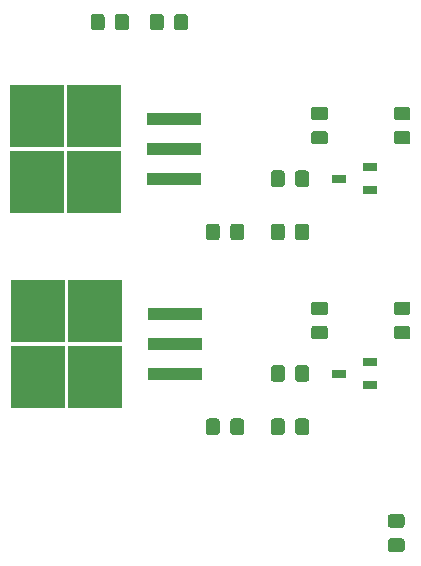
<source format=gbr>
G04 #@! TF.GenerationSoftware,KiCad,Pcbnew,5.1.5-52549c5~84~ubuntu18.04.1*
G04 #@! TF.CreationDate,2020-01-31T16:34:12-06:00*
G04 #@! TF.ProjectId,ContactorDriver,436f6e74-6163-4746-9f72-447269766572,rev?*
G04 #@! TF.SameCoordinates,Original*
G04 #@! TF.FileFunction,Paste,Top*
G04 #@! TF.FilePolarity,Positive*
%FSLAX46Y46*%
G04 Gerber Fmt 4.6, Leading zero omitted, Abs format (unit mm)*
G04 Created by KiCad (PCBNEW 5.1.5-52549c5~84~ubuntu18.04.1) date 2020-01-31 16:34:12*
%MOMM*%
%LPD*%
G04 APERTURE LIST*
%ADD10C,0.100000*%
%ADD11R,4.600000X1.100000*%
%ADD12R,4.550000X5.250000*%
%ADD13R,1.220000X0.650000*%
G04 APERTURE END LIST*
D10*
G36*
X214974505Y-114901204D02*
G01*
X214998773Y-114904804D01*
X215022572Y-114910765D01*
X215045671Y-114919030D01*
X215067850Y-114929520D01*
X215088893Y-114942132D01*
X215108599Y-114956747D01*
X215126777Y-114973223D01*
X215143253Y-114991401D01*
X215157868Y-115011107D01*
X215170480Y-115032150D01*
X215180970Y-115054329D01*
X215189235Y-115077428D01*
X215195196Y-115101227D01*
X215198796Y-115125495D01*
X215200000Y-115149999D01*
X215200000Y-115800001D01*
X215198796Y-115824505D01*
X215195196Y-115848773D01*
X215189235Y-115872572D01*
X215180970Y-115895671D01*
X215170480Y-115917850D01*
X215157868Y-115938893D01*
X215143253Y-115958599D01*
X215126777Y-115976777D01*
X215108599Y-115993253D01*
X215088893Y-116007868D01*
X215067850Y-116020480D01*
X215045671Y-116030970D01*
X215022572Y-116039235D01*
X214998773Y-116045196D01*
X214974505Y-116048796D01*
X214950001Y-116050000D01*
X214049999Y-116050000D01*
X214025495Y-116048796D01*
X214001227Y-116045196D01*
X213977428Y-116039235D01*
X213954329Y-116030970D01*
X213932150Y-116020480D01*
X213911107Y-116007868D01*
X213891401Y-115993253D01*
X213873223Y-115976777D01*
X213856747Y-115958599D01*
X213842132Y-115938893D01*
X213829520Y-115917850D01*
X213819030Y-115895671D01*
X213810765Y-115872572D01*
X213804804Y-115848773D01*
X213801204Y-115824505D01*
X213800000Y-115800001D01*
X213800000Y-115149999D01*
X213801204Y-115125495D01*
X213804804Y-115101227D01*
X213810765Y-115077428D01*
X213819030Y-115054329D01*
X213829520Y-115032150D01*
X213842132Y-115011107D01*
X213856747Y-114991401D01*
X213873223Y-114973223D01*
X213891401Y-114956747D01*
X213911107Y-114942132D01*
X213932150Y-114929520D01*
X213954329Y-114919030D01*
X213977428Y-114910765D01*
X214001227Y-114904804D01*
X214025495Y-114901204D01*
X214049999Y-114900000D01*
X214950001Y-114900000D01*
X214974505Y-114901204D01*
G37*
G36*
X214974505Y-116951204D02*
G01*
X214998773Y-116954804D01*
X215022572Y-116960765D01*
X215045671Y-116969030D01*
X215067850Y-116979520D01*
X215088893Y-116992132D01*
X215108599Y-117006747D01*
X215126777Y-117023223D01*
X215143253Y-117041401D01*
X215157868Y-117061107D01*
X215170480Y-117082150D01*
X215180970Y-117104329D01*
X215189235Y-117127428D01*
X215195196Y-117151227D01*
X215198796Y-117175495D01*
X215200000Y-117199999D01*
X215200000Y-117850001D01*
X215198796Y-117874505D01*
X215195196Y-117898773D01*
X215189235Y-117922572D01*
X215180970Y-117945671D01*
X215170480Y-117967850D01*
X215157868Y-117988893D01*
X215143253Y-118008599D01*
X215126777Y-118026777D01*
X215108599Y-118043253D01*
X215088893Y-118057868D01*
X215067850Y-118070480D01*
X215045671Y-118080970D01*
X215022572Y-118089235D01*
X214998773Y-118095196D01*
X214974505Y-118098796D01*
X214950001Y-118100000D01*
X214049999Y-118100000D01*
X214025495Y-118098796D01*
X214001227Y-118095196D01*
X213977428Y-118089235D01*
X213954329Y-118080970D01*
X213932150Y-118070480D01*
X213911107Y-118057868D01*
X213891401Y-118043253D01*
X213873223Y-118026777D01*
X213856747Y-118008599D01*
X213842132Y-117988893D01*
X213829520Y-117967850D01*
X213819030Y-117945671D01*
X213810765Y-117922572D01*
X213804804Y-117898773D01*
X213801204Y-117874505D01*
X213800000Y-117850001D01*
X213800000Y-117199999D01*
X213801204Y-117175495D01*
X213804804Y-117151227D01*
X213810765Y-117127428D01*
X213819030Y-117104329D01*
X213829520Y-117082150D01*
X213842132Y-117061107D01*
X213856747Y-117041401D01*
X213873223Y-117023223D01*
X213891401Y-117006747D01*
X213911107Y-116992132D01*
X213932150Y-116979520D01*
X213954329Y-116969030D01*
X213977428Y-116960765D01*
X214001227Y-116954804D01*
X214025495Y-116951204D01*
X214049999Y-116950000D01*
X214950001Y-116950000D01*
X214974505Y-116951204D01*
G37*
G36*
X201374505Y-90301204D02*
G01*
X201398773Y-90304804D01*
X201422572Y-90310765D01*
X201445671Y-90319030D01*
X201467850Y-90329520D01*
X201488893Y-90342132D01*
X201508599Y-90356747D01*
X201526777Y-90373223D01*
X201543253Y-90391401D01*
X201557868Y-90411107D01*
X201570480Y-90432150D01*
X201580970Y-90454329D01*
X201589235Y-90477428D01*
X201595196Y-90501227D01*
X201598796Y-90525495D01*
X201600000Y-90549999D01*
X201600000Y-91450001D01*
X201598796Y-91474505D01*
X201595196Y-91498773D01*
X201589235Y-91522572D01*
X201580970Y-91545671D01*
X201570480Y-91567850D01*
X201557868Y-91588893D01*
X201543253Y-91608599D01*
X201526777Y-91626777D01*
X201508599Y-91643253D01*
X201488893Y-91657868D01*
X201467850Y-91670480D01*
X201445671Y-91680970D01*
X201422572Y-91689235D01*
X201398773Y-91695196D01*
X201374505Y-91698796D01*
X201350001Y-91700000D01*
X200699999Y-91700000D01*
X200675495Y-91698796D01*
X200651227Y-91695196D01*
X200627428Y-91689235D01*
X200604329Y-91680970D01*
X200582150Y-91670480D01*
X200561107Y-91657868D01*
X200541401Y-91643253D01*
X200523223Y-91626777D01*
X200506747Y-91608599D01*
X200492132Y-91588893D01*
X200479520Y-91567850D01*
X200469030Y-91545671D01*
X200460765Y-91522572D01*
X200454804Y-91498773D01*
X200451204Y-91474505D01*
X200450000Y-91450001D01*
X200450000Y-90549999D01*
X200451204Y-90525495D01*
X200454804Y-90501227D01*
X200460765Y-90477428D01*
X200469030Y-90454329D01*
X200479520Y-90432150D01*
X200492132Y-90411107D01*
X200506747Y-90391401D01*
X200523223Y-90373223D01*
X200541401Y-90356747D01*
X200561107Y-90342132D01*
X200582150Y-90329520D01*
X200604329Y-90319030D01*
X200627428Y-90310765D01*
X200651227Y-90304804D01*
X200675495Y-90301204D01*
X200699999Y-90300000D01*
X201350001Y-90300000D01*
X201374505Y-90301204D01*
G37*
G36*
X199324505Y-90301204D02*
G01*
X199348773Y-90304804D01*
X199372572Y-90310765D01*
X199395671Y-90319030D01*
X199417850Y-90329520D01*
X199438893Y-90342132D01*
X199458599Y-90356747D01*
X199476777Y-90373223D01*
X199493253Y-90391401D01*
X199507868Y-90411107D01*
X199520480Y-90432150D01*
X199530970Y-90454329D01*
X199539235Y-90477428D01*
X199545196Y-90501227D01*
X199548796Y-90525495D01*
X199550000Y-90549999D01*
X199550000Y-91450001D01*
X199548796Y-91474505D01*
X199545196Y-91498773D01*
X199539235Y-91522572D01*
X199530970Y-91545671D01*
X199520480Y-91567850D01*
X199507868Y-91588893D01*
X199493253Y-91608599D01*
X199476777Y-91626777D01*
X199458599Y-91643253D01*
X199438893Y-91657868D01*
X199417850Y-91670480D01*
X199395671Y-91680970D01*
X199372572Y-91689235D01*
X199348773Y-91695196D01*
X199324505Y-91698796D01*
X199300001Y-91700000D01*
X198649999Y-91700000D01*
X198625495Y-91698796D01*
X198601227Y-91695196D01*
X198577428Y-91689235D01*
X198554329Y-91680970D01*
X198532150Y-91670480D01*
X198511107Y-91657868D01*
X198491401Y-91643253D01*
X198473223Y-91626777D01*
X198456747Y-91608599D01*
X198442132Y-91588893D01*
X198429520Y-91567850D01*
X198419030Y-91545671D01*
X198410765Y-91522572D01*
X198404804Y-91498773D01*
X198401204Y-91474505D01*
X198400000Y-91450001D01*
X198400000Y-90549999D01*
X198401204Y-90525495D01*
X198404804Y-90501227D01*
X198410765Y-90477428D01*
X198419030Y-90454329D01*
X198429520Y-90432150D01*
X198442132Y-90411107D01*
X198456747Y-90391401D01*
X198473223Y-90373223D01*
X198491401Y-90356747D01*
X198511107Y-90342132D01*
X198532150Y-90329520D01*
X198554329Y-90319030D01*
X198577428Y-90310765D01*
X198601227Y-90304804D01*
X198625495Y-90301204D01*
X198649999Y-90300000D01*
X199300001Y-90300000D01*
X199324505Y-90301204D01*
G37*
G36*
X199324505Y-106801204D02*
G01*
X199348773Y-106804804D01*
X199372572Y-106810765D01*
X199395671Y-106819030D01*
X199417850Y-106829520D01*
X199438893Y-106842132D01*
X199458599Y-106856747D01*
X199476777Y-106873223D01*
X199493253Y-106891401D01*
X199507868Y-106911107D01*
X199520480Y-106932150D01*
X199530970Y-106954329D01*
X199539235Y-106977428D01*
X199545196Y-107001227D01*
X199548796Y-107025495D01*
X199550000Y-107049999D01*
X199550000Y-107950001D01*
X199548796Y-107974505D01*
X199545196Y-107998773D01*
X199539235Y-108022572D01*
X199530970Y-108045671D01*
X199520480Y-108067850D01*
X199507868Y-108088893D01*
X199493253Y-108108599D01*
X199476777Y-108126777D01*
X199458599Y-108143253D01*
X199438893Y-108157868D01*
X199417850Y-108170480D01*
X199395671Y-108180970D01*
X199372572Y-108189235D01*
X199348773Y-108195196D01*
X199324505Y-108198796D01*
X199300001Y-108200000D01*
X198649999Y-108200000D01*
X198625495Y-108198796D01*
X198601227Y-108195196D01*
X198577428Y-108189235D01*
X198554329Y-108180970D01*
X198532150Y-108170480D01*
X198511107Y-108157868D01*
X198491401Y-108143253D01*
X198473223Y-108126777D01*
X198456747Y-108108599D01*
X198442132Y-108088893D01*
X198429520Y-108067850D01*
X198419030Y-108045671D01*
X198410765Y-108022572D01*
X198404804Y-107998773D01*
X198401204Y-107974505D01*
X198400000Y-107950001D01*
X198400000Y-107049999D01*
X198401204Y-107025495D01*
X198404804Y-107001227D01*
X198410765Y-106977428D01*
X198419030Y-106954329D01*
X198429520Y-106932150D01*
X198442132Y-106911107D01*
X198456747Y-106891401D01*
X198473223Y-106873223D01*
X198491401Y-106856747D01*
X198511107Y-106842132D01*
X198532150Y-106829520D01*
X198554329Y-106819030D01*
X198577428Y-106810765D01*
X198601227Y-106804804D01*
X198625495Y-106801204D01*
X198649999Y-106800000D01*
X199300001Y-106800000D01*
X199324505Y-106801204D01*
G37*
G36*
X201374505Y-106801204D02*
G01*
X201398773Y-106804804D01*
X201422572Y-106810765D01*
X201445671Y-106819030D01*
X201467850Y-106829520D01*
X201488893Y-106842132D01*
X201508599Y-106856747D01*
X201526777Y-106873223D01*
X201543253Y-106891401D01*
X201557868Y-106911107D01*
X201570480Y-106932150D01*
X201580970Y-106954329D01*
X201589235Y-106977428D01*
X201595196Y-107001227D01*
X201598796Y-107025495D01*
X201600000Y-107049999D01*
X201600000Y-107950001D01*
X201598796Y-107974505D01*
X201595196Y-107998773D01*
X201589235Y-108022572D01*
X201580970Y-108045671D01*
X201570480Y-108067850D01*
X201557868Y-108088893D01*
X201543253Y-108108599D01*
X201526777Y-108126777D01*
X201508599Y-108143253D01*
X201488893Y-108157868D01*
X201467850Y-108170480D01*
X201445671Y-108180970D01*
X201422572Y-108189235D01*
X201398773Y-108195196D01*
X201374505Y-108198796D01*
X201350001Y-108200000D01*
X200699999Y-108200000D01*
X200675495Y-108198796D01*
X200651227Y-108195196D01*
X200627428Y-108189235D01*
X200604329Y-108180970D01*
X200582150Y-108170480D01*
X200561107Y-108157868D01*
X200541401Y-108143253D01*
X200523223Y-108126777D01*
X200506747Y-108108599D01*
X200492132Y-108088893D01*
X200479520Y-108067850D01*
X200469030Y-108045671D01*
X200460765Y-108022572D01*
X200454804Y-107998773D01*
X200451204Y-107974505D01*
X200450000Y-107950001D01*
X200450000Y-107049999D01*
X200451204Y-107025495D01*
X200454804Y-107001227D01*
X200460765Y-106977428D01*
X200469030Y-106954329D01*
X200479520Y-106932150D01*
X200492132Y-106911107D01*
X200506747Y-106891401D01*
X200523223Y-106873223D01*
X200541401Y-106856747D01*
X200561107Y-106842132D01*
X200582150Y-106829520D01*
X200604329Y-106819030D01*
X200627428Y-106810765D01*
X200651227Y-106804804D01*
X200675495Y-106801204D01*
X200699999Y-106800000D01*
X201350001Y-106800000D01*
X201374505Y-106801204D01*
G37*
D11*
X195650000Y-86540000D03*
X195650000Y-84000000D03*
X195650000Y-81460000D03*
D12*
X184075000Y-81225000D03*
X188925000Y-86775000D03*
X184075000Y-86775000D03*
X188925000Y-81225000D03*
D13*
X209690000Y-86500000D03*
X212310000Y-85550000D03*
X212310000Y-87450000D03*
X212310000Y-103950000D03*
X212310000Y-102050000D03*
X209690000Y-103000000D03*
D12*
X189000000Y-97725000D03*
X184150000Y-103275000D03*
X189000000Y-103275000D03*
X184150000Y-97725000D03*
D11*
X195725000Y-97960000D03*
X195725000Y-100500000D03*
X195725000Y-103040000D03*
D10*
G36*
X215474505Y-80401204D02*
G01*
X215498773Y-80404804D01*
X215522572Y-80410765D01*
X215545671Y-80419030D01*
X215567850Y-80429520D01*
X215588893Y-80442132D01*
X215608599Y-80456747D01*
X215626777Y-80473223D01*
X215643253Y-80491401D01*
X215657868Y-80511107D01*
X215670480Y-80532150D01*
X215680970Y-80554329D01*
X215689235Y-80577428D01*
X215695196Y-80601227D01*
X215698796Y-80625495D01*
X215700000Y-80649999D01*
X215700000Y-81300001D01*
X215698796Y-81324505D01*
X215695196Y-81348773D01*
X215689235Y-81372572D01*
X215680970Y-81395671D01*
X215670480Y-81417850D01*
X215657868Y-81438893D01*
X215643253Y-81458599D01*
X215626777Y-81476777D01*
X215608599Y-81493253D01*
X215588893Y-81507868D01*
X215567850Y-81520480D01*
X215545671Y-81530970D01*
X215522572Y-81539235D01*
X215498773Y-81545196D01*
X215474505Y-81548796D01*
X215450001Y-81550000D01*
X214549999Y-81550000D01*
X214525495Y-81548796D01*
X214501227Y-81545196D01*
X214477428Y-81539235D01*
X214454329Y-81530970D01*
X214432150Y-81520480D01*
X214411107Y-81507868D01*
X214391401Y-81493253D01*
X214373223Y-81476777D01*
X214356747Y-81458599D01*
X214342132Y-81438893D01*
X214329520Y-81417850D01*
X214319030Y-81395671D01*
X214310765Y-81372572D01*
X214304804Y-81348773D01*
X214301204Y-81324505D01*
X214300000Y-81300001D01*
X214300000Y-80649999D01*
X214301204Y-80625495D01*
X214304804Y-80601227D01*
X214310765Y-80577428D01*
X214319030Y-80554329D01*
X214329520Y-80532150D01*
X214342132Y-80511107D01*
X214356747Y-80491401D01*
X214373223Y-80473223D01*
X214391401Y-80456747D01*
X214411107Y-80442132D01*
X214432150Y-80429520D01*
X214454329Y-80419030D01*
X214477428Y-80410765D01*
X214501227Y-80404804D01*
X214525495Y-80401204D01*
X214549999Y-80400000D01*
X215450001Y-80400000D01*
X215474505Y-80401204D01*
G37*
G36*
X215474505Y-82451204D02*
G01*
X215498773Y-82454804D01*
X215522572Y-82460765D01*
X215545671Y-82469030D01*
X215567850Y-82479520D01*
X215588893Y-82492132D01*
X215608599Y-82506747D01*
X215626777Y-82523223D01*
X215643253Y-82541401D01*
X215657868Y-82561107D01*
X215670480Y-82582150D01*
X215680970Y-82604329D01*
X215689235Y-82627428D01*
X215695196Y-82651227D01*
X215698796Y-82675495D01*
X215700000Y-82699999D01*
X215700000Y-83350001D01*
X215698796Y-83374505D01*
X215695196Y-83398773D01*
X215689235Y-83422572D01*
X215680970Y-83445671D01*
X215670480Y-83467850D01*
X215657868Y-83488893D01*
X215643253Y-83508599D01*
X215626777Y-83526777D01*
X215608599Y-83543253D01*
X215588893Y-83557868D01*
X215567850Y-83570480D01*
X215545671Y-83580970D01*
X215522572Y-83589235D01*
X215498773Y-83595196D01*
X215474505Y-83598796D01*
X215450001Y-83600000D01*
X214549999Y-83600000D01*
X214525495Y-83598796D01*
X214501227Y-83595196D01*
X214477428Y-83589235D01*
X214454329Y-83580970D01*
X214432150Y-83570480D01*
X214411107Y-83557868D01*
X214391401Y-83543253D01*
X214373223Y-83526777D01*
X214356747Y-83508599D01*
X214342132Y-83488893D01*
X214329520Y-83467850D01*
X214319030Y-83445671D01*
X214310765Y-83422572D01*
X214304804Y-83398773D01*
X214301204Y-83374505D01*
X214300000Y-83350001D01*
X214300000Y-82699999D01*
X214301204Y-82675495D01*
X214304804Y-82651227D01*
X214310765Y-82627428D01*
X214319030Y-82604329D01*
X214329520Y-82582150D01*
X214342132Y-82561107D01*
X214356747Y-82541401D01*
X214373223Y-82523223D01*
X214391401Y-82506747D01*
X214411107Y-82492132D01*
X214432150Y-82479520D01*
X214454329Y-82469030D01*
X214477428Y-82460765D01*
X214501227Y-82454804D01*
X214525495Y-82451204D01*
X214549999Y-82450000D01*
X215450001Y-82450000D01*
X215474505Y-82451204D01*
G37*
G36*
X206874505Y-85801204D02*
G01*
X206898773Y-85804804D01*
X206922572Y-85810765D01*
X206945671Y-85819030D01*
X206967850Y-85829520D01*
X206988893Y-85842132D01*
X207008599Y-85856747D01*
X207026777Y-85873223D01*
X207043253Y-85891401D01*
X207057868Y-85911107D01*
X207070480Y-85932150D01*
X207080970Y-85954329D01*
X207089235Y-85977428D01*
X207095196Y-86001227D01*
X207098796Y-86025495D01*
X207100000Y-86049999D01*
X207100000Y-86950001D01*
X207098796Y-86974505D01*
X207095196Y-86998773D01*
X207089235Y-87022572D01*
X207080970Y-87045671D01*
X207070480Y-87067850D01*
X207057868Y-87088893D01*
X207043253Y-87108599D01*
X207026777Y-87126777D01*
X207008599Y-87143253D01*
X206988893Y-87157868D01*
X206967850Y-87170480D01*
X206945671Y-87180970D01*
X206922572Y-87189235D01*
X206898773Y-87195196D01*
X206874505Y-87198796D01*
X206850001Y-87200000D01*
X206199999Y-87200000D01*
X206175495Y-87198796D01*
X206151227Y-87195196D01*
X206127428Y-87189235D01*
X206104329Y-87180970D01*
X206082150Y-87170480D01*
X206061107Y-87157868D01*
X206041401Y-87143253D01*
X206023223Y-87126777D01*
X206006747Y-87108599D01*
X205992132Y-87088893D01*
X205979520Y-87067850D01*
X205969030Y-87045671D01*
X205960765Y-87022572D01*
X205954804Y-86998773D01*
X205951204Y-86974505D01*
X205950000Y-86950001D01*
X205950000Y-86049999D01*
X205951204Y-86025495D01*
X205954804Y-86001227D01*
X205960765Y-85977428D01*
X205969030Y-85954329D01*
X205979520Y-85932150D01*
X205992132Y-85911107D01*
X206006747Y-85891401D01*
X206023223Y-85873223D01*
X206041401Y-85856747D01*
X206061107Y-85842132D01*
X206082150Y-85829520D01*
X206104329Y-85819030D01*
X206127428Y-85810765D01*
X206151227Y-85804804D01*
X206175495Y-85801204D01*
X206199999Y-85800000D01*
X206850001Y-85800000D01*
X206874505Y-85801204D01*
G37*
G36*
X204824505Y-85801204D02*
G01*
X204848773Y-85804804D01*
X204872572Y-85810765D01*
X204895671Y-85819030D01*
X204917850Y-85829520D01*
X204938893Y-85842132D01*
X204958599Y-85856747D01*
X204976777Y-85873223D01*
X204993253Y-85891401D01*
X205007868Y-85911107D01*
X205020480Y-85932150D01*
X205030970Y-85954329D01*
X205039235Y-85977428D01*
X205045196Y-86001227D01*
X205048796Y-86025495D01*
X205050000Y-86049999D01*
X205050000Y-86950001D01*
X205048796Y-86974505D01*
X205045196Y-86998773D01*
X205039235Y-87022572D01*
X205030970Y-87045671D01*
X205020480Y-87067850D01*
X205007868Y-87088893D01*
X204993253Y-87108599D01*
X204976777Y-87126777D01*
X204958599Y-87143253D01*
X204938893Y-87157868D01*
X204917850Y-87170480D01*
X204895671Y-87180970D01*
X204872572Y-87189235D01*
X204848773Y-87195196D01*
X204824505Y-87198796D01*
X204800001Y-87200000D01*
X204149999Y-87200000D01*
X204125495Y-87198796D01*
X204101227Y-87195196D01*
X204077428Y-87189235D01*
X204054329Y-87180970D01*
X204032150Y-87170480D01*
X204011107Y-87157868D01*
X203991401Y-87143253D01*
X203973223Y-87126777D01*
X203956747Y-87108599D01*
X203942132Y-87088893D01*
X203929520Y-87067850D01*
X203919030Y-87045671D01*
X203910765Y-87022572D01*
X203904804Y-86998773D01*
X203901204Y-86974505D01*
X203900000Y-86950001D01*
X203900000Y-86049999D01*
X203901204Y-86025495D01*
X203904804Y-86001227D01*
X203910765Y-85977428D01*
X203919030Y-85954329D01*
X203929520Y-85932150D01*
X203942132Y-85911107D01*
X203956747Y-85891401D01*
X203973223Y-85873223D01*
X203991401Y-85856747D01*
X204011107Y-85842132D01*
X204032150Y-85829520D01*
X204054329Y-85819030D01*
X204077428Y-85810765D01*
X204101227Y-85804804D01*
X204125495Y-85801204D01*
X204149999Y-85800000D01*
X204800001Y-85800000D01*
X204824505Y-85801204D01*
G37*
G36*
X206874505Y-90301204D02*
G01*
X206898773Y-90304804D01*
X206922572Y-90310765D01*
X206945671Y-90319030D01*
X206967850Y-90329520D01*
X206988893Y-90342132D01*
X207008599Y-90356747D01*
X207026777Y-90373223D01*
X207043253Y-90391401D01*
X207057868Y-90411107D01*
X207070480Y-90432150D01*
X207080970Y-90454329D01*
X207089235Y-90477428D01*
X207095196Y-90501227D01*
X207098796Y-90525495D01*
X207100000Y-90549999D01*
X207100000Y-91450001D01*
X207098796Y-91474505D01*
X207095196Y-91498773D01*
X207089235Y-91522572D01*
X207080970Y-91545671D01*
X207070480Y-91567850D01*
X207057868Y-91588893D01*
X207043253Y-91608599D01*
X207026777Y-91626777D01*
X207008599Y-91643253D01*
X206988893Y-91657868D01*
X206967850Y-91670480D01*
X206945671Y-91680970D01*
X206922572Y-91689235D01*
X206898773Y-91695196D01*
X206874505Y-91698796D01*
X206850001Y-91700000D01*
X206199999Y-91700000D01*
X206175495Y-91698796D01*
X206151227Y-91695196D01*
X206127428Y-91689235D01*
X206104329Y-91680970D01*
X206082150Y-91670480D01*
X206061107Y-91657868D01*
X206041401Y-91643253D01*
X206023223Y-91626777D01*
X206006747Y-91608599D01*
X205992132Y-91588893D01*
X205979520Y-91567850D01*
X205969030Y-91545671D01*
X205960765Y-91522572D01*
X205954804Y-91498773D01*
X205951204Y-91474505D01*
X205950000Y-91450001D01*
X205950000Y-90549999D01*
X205951204Y-90525495D01*
X205954804Y-90501227D01*
X205960765Y-90477428D01*
X205969030Y-90454329D01*
X205979520Y-90432150D01*
X205992132Y-90411107D01*
X206006747Y-90391401D01*
X206023223Y-90373223D01*
X206041401Y-90356747D01*
X206061107Y-90342132D01*
X206082150Y-90329520D01*
X206104329Y-90319030D01*
X206127428Y-90310765D01*
X206151227Y-90304804D01*
X206175495Y-90301204D01*
X206199999Y-90300000D01*
X206850001Y-90300000D01*
X206874505Y-90301204D01*
G37*
G36*
X204824505Y-90301204D02*
G01*
X204848773Y-90304804D01*
X204872572Y-90310765D01*
X204895671Y-90319030D01*
X204917850Y-90329520D01*
X204938893Y-90342132D01*
X204958599Y-90356747D01*
X204976777Y-90373223D01*
X204993253Y-90391401D01*
X205007868Y-90411107D01*
X205020480Y-90432150D01*
X205030970Y-90454329D01*
X205039235Y-90477428D01*
X205045196Y-90501227D01*
X205048796Y-90525495D01*
X205050000Y-90549999D01*
X205050000Y-91450001D01*
X205048796Y-91474505D01*
X205045196Y-91498773D01*
X205039235Y-91522572D01*
X205030970Y-91545671D01*
X205020480Y-91567850D01*
X205007868Y-91588893D01*
X204993253Y-91608599D01*
X204976777Y-91626777D01*
X204958599Y-91643253D01*
X204938893Y-91657868D01*
X204917850Y-91670480D01*
X204895671Y-91680970D01*
X204872572Y-91689235D01*
X204848773Y-91695196D01*
X204824505Y-91698796D01*
X204800001Y-91700000D01*
X204149999Y-91700000D01*
X204125495Y-91698796D01*
X204101227Y-91695196D01*
X204077428Y-91689235D01*
X204054329Y-91680970D01*
X204032150Y-91670480D01*
X204011107Y-91657868D01*
X203991401Y-91643253D01*
X203973223Y-91626777D01*
X203956747Y-91608599D01*
X203942132Y-91588893D01*
X203929520Y-91567850D01*
X203919030Y-91545671D01*
X203910765Y-91522572D01*
X203904804Y-91498773D01*
X203901204Y-91474505D01*
X203900000Y-91450001D01*
X203900000Y-90549999D01*
X203901204Y-90525495D01*
X203904804Y-90501227D01*
X203910765Y-90477428D01*
X203919030Y-90454329D01*
X203929520Y-90432150D01*
X203942132Y-90411107D01*
X203956747Y-90391401D01*
X203973223Y-90373223D01*
X203991401Y-90356747D01*
X204011107Y-90342132D01*
X204032150Y-90329520D01*
X204054329Y-90319030D01*
X204077428Y-90310765D01*
X204101227Y-90304804D01*
X204125495Y-90301204D01*
X204149999Y-90300000D01*
X204800001Y-90300000D01*
X204824505Y-90301204D01*
G37*
G36*
X215474505Y-98951204D02*
G01*
X215498773Y-98954804D01*
X215522572Y-98960765D01*
X215545671Y-98969030D01*
X215567850Y-98979520D01*
X215588893Y-98992132D01*
X215608599Y-99006747D01*
X215626777Y-99023223D01*
X215643253Y-99041401D01*
X215657868Y-99061107D01*
X215670480Y-99082150D01*
X215680970Y-99104329D01*
X215689235Y-99127428D01*
X215695196Y-99151227D01*
X215698796Y-99175495D01*
X215700000Y-99199999D01*
X215700000Y-99850001D01*
X215698796Y-99874505D01*
X215695196Y-99898773D01*
X215689235Y-99922572D01*
X215680970Y-99945671D01*
X215670480Y-99967850D01*
X215657868Y-99988893D01*
X215643253Y-100008599D01*
X215626777Y-100026777D01*
X215608599Y-100043253D01*
X215588893Y-100057868D01*
X215567850Y-100070480D01*
X215545671Y-100080970D01*
X215522572Y-100089235D01*
X215498773Y-100095196D01*
X215474505Y-100098796D01*
X215450001Y-100100000D01*
X214549999Y-100100000D01*
X214525495Y-100098796D01*
X214501227Y-100095196D01*
X214477428Y-100089235D01*
X214454329Y-100080970D01*
X214432150Y-100070480D01*
X214411107Y-100057868D01*
X214391401Y-100043253D01*
X214373223Y-100026777D01*
X214356747Y-100008599D01*
X214342132Y-99988893D01*
X214329520Y-99967850D01*
X214319030Y-99945671D01*
X214310765Y-99922572D01*
X214304804Y-99898773D01*
X214301204Y-99874505D01*
X214300000Y-99850001D01*
X214300000Y-99199999D01*
X214301204Y-99175495D01*
X214304804Y-99151227D01*
X214310765Y-99127428D01*
X214319030Y-99104329D01*
X214329520Y-99082150D01*
X214342132Y-99061107D01*
X214356747Y-99041401D01*
X214373223Y-99023223D01*
X214391401Y-99006747D01*
X214411107Y-98992132D01*
X214432150Y-98979520D01*
X214454329Y-98969030D01*
X214477428Y-98960765D01*
X214501227Y-98954804D01*
X214525495Y-98951204D01*
X214549999Y-98950000D01*
X215450001Y-98950000D01*
X215474505Y-98951204D01*
G37*
G36*
X215474505Y-96901204D02*
G01*
X215498773Y-96904804D01*
X215522572Y-96910765D01*
X215545671Y-96919030D01*
X215567850Y-96929520D01*
X215588893Y-96942132D01*
X215608599Y-96956747D01*
X215626777Y-96973223D01*
X215643253Y-96991401D01*
X215657868Y-97011107D01*
X215670480Y-97032150D01*
X215680970Y-97054329D01*
X215689235Y-97077428D01*
X215695196Y-97101227D01*
X215698796Y-97125495D01*
X215700000Y-97149999D01*
X215700000Y-97800001D01*
X215698796Y-97824505D01*
X215695196Y-97848773D01*
X215689235Y-97872572D01*
X215680970Y-97895671D01*
X215670480Y-97917850D01*
X215657868Y-97938893D01*
X215643253Y-97958599D01*
X215626777Y-97976777D01*
X215608599Y-97993253D01*
X215588893Y-98007868D01*
X215567850Y-98020480D01*
X215545671Y-98030970D01*
X215522572Y-98039235D01*
X215498773Y-98045196D01*
X215474505Y-98048796D01*
X215450001Y-98050000D01*
X214549999Y-98050000D01*
X214525495Y-98048796D01*
X214501227Y-98045196D01*
X214477428Y-98039235D01*
X214454329Y-98030970D01*
X214432150Y-98020480D01*
X214411107Y-98007868D01*
X214391401Y-97993253D01*
X214373223Y-97976777D01*
X214356747Y-97958599D01*
X214342132Y-97938893D01*
X214329520Y-97917850D01*
X214319030Y-97895671D01*
X214310765Y-97872572D01*
X214304804Y-97848773D01*
X214301204Y-97824505D01*
X214300000Y-97800001D01*
X214300000Y-97149999D01*
X214301204Y-97125495D01*
X214304804Y-97101227D01*
X214310765Y-97077428D01*
X214319030Y-97054329D01*
X214329520Y-97032150D01*
X214342132Y-97011107D01*
X214356747Y-96991401D01*
X214373223Y-96973223D01*
X214391401Y-96956747D01*
X214411107Y-96942132D01*
X214432150Y-96929520D01*
X214454329Y-96919030D01*
X214477428Y-96910765D01*
X214501227Y-96904804D01*
X214525495Y-96901204D01*
X214549999Y-96900000D01*
X215450001Y-96900000D01*
X215474505Y-96901204D01*
G37*
G36*
X208474505Y-82451204D02*
G01*
X208498773Y-82454804D01*
X208522572Y-82460765D01*
X208545671Y-82469030D01*
X208567850Y-82479520D01*
X208588893Y-82492132D01*
X208608599Y-82506747D01*
X208626777Y-82523223D01*
X208643253Y-82541401D01*
X208657868Y-82561107D01*
X208670480Y-82582150D01*
X208680970Y-82604329D01*
X208689235Y-82627428D01*
X208695196Y-82651227D01*
X208698796Y-82675495D01*
X208700000Y-82699999D01*
X208700000Y-83350001D01*
X208698796Y-83374505D01*
X208695196Y-83398773D01*
X208689235Y-83422572D01*
X208680970Y-83445671D01*
X208670480Y-83467850D01*
X208657868Y-83488893D01*
X208643253Y-83508599D01*
X208626777Y-83526777D01*
X208608599Y-83543253D01*
X208588893Y-83557868D01*
X208567850Y-83570480D01*
X208545671Y-83580970D01*
X208522572Y-83589235D01*
X208498773Y-83595196D01*
X208474505Y-83598796D01*
X208450001Y-83600000D01*
X207549999Y-83600000D01*
X207525495Y-83598796D01*
X207501227Y-83595196D01*
X207477428Y-83589235D01*
X207454329Y-83580970D01*
X207432150Y-83570480D01*
X207411107Y-83557868D01*
X207391401Y-83543253D01*
X207373223Y-83526777D01*
X207356747Y-83508599D01*
X207342132Y-83488893D01*
X207329520Y-83467850D01*
X207319030Y-83445671D01*
X207310765Y-83422572D01*
X207304804Y-83398773D01*
X207301204Y-83374505D01*
X207300000Y-83350001D01*
X207300000Y-82699999D01*
X207301204Y-82675495D01*
X207304804Y-82651227D01*
X207310765Y-82627428D01*
X207319030Y-82604329D01*
X207329520Y-82582150D01*
X207342132Y-82561107D01*
X207356747Y-82541401D01*
X207373223Y-82523223D01*
X207391401Y-82506747D01*
X207411107Y-82492132D01*
X207432150Y-82479520D01*
X207454329Y-82469030D01*
X207477428Y-82460765D01*
X207501227Y-82454804D01*
X207525495Y-82451204D01*
X207549999Y-82450000D01*
X208450001Y-82450000D01*
X208474505Y-82451204D01*
G37*
G36*
X208474505Y-80401204D02*
G01*
X208498773Y-80404804D01*
X208522572Y-80410765D01*
X208545671Y-80419030D01*
X208567850Y-80429520D01*
X208588893Y-80442132D01*
X208608599Y-80456747D01*
X208626777Y-80473223D01*
X208643253Y-80491401D01*
X208657868Y-80511107D01*
X208670480Y-80532150D01*
X208680970Y-80554329D01*
X208689235Y-80577428D01*
X208695196Y-80601227D01*
X208698796Y-80625495D01*
X208700000Y-80649999D01*
X208700000Y-81300001D01*
X208698796Y-81324505D01*
X208695196Y-81348773D01*
X208689235Y-81372572D01*
X208680970Y-81395671D01*
X208670480Y-81417850D01*
X208657868Y-81438893D01*
X208643253Y-81458599D01*
X208626777Y-81476777D01*
X208608599Y-81493253D01*
X208588893Y-81507868D01*
X208567850Y-81520480D01*
X208545671Y-81530970D01*
X208522572Y-81539235D01*
X208498773Y-81545196D01*
X208474505Y-81548796D01*
X208450001Y-81550000D01*
X207549999Y-81550000D01*
X207525495Y-81548796D01*
X207501227Y-81545196D01*
X207477428Y-81539235D01*
X207454329Y-81530970D01*
X207432150Y-81520480D01*
X207411107Y-81507868D01*
X207391401Y-81493253D01*
X207373223Y-81476777D01*
X207356747Y-81458599D01*
X207342132Y-81438893D01*
X207329520Y-81417850D01*
X207319030Y-81395671D01*
X207310765Y-81372572D01*
X207304804Y-81348773D01*
X207301204Y-81324505D01*
X207300000Y-81300001D01*
X207300000Y-80649999D01*
X207301204Y-80625495D01*
X207304804Y-80601227D01*
X207310765Y-80577428D01*
X207319030Y-80554329D01*
X207329520Y-80532150D01*
X207342132Y-80511107D01*
X207356747Y-80491401D01*
X207373223Y-80473223D01*
X207391401Y-80456747D01*
X207411107Y-80442132D01*
X207432150Y-80429520D01*
X207454329Y-80419030D01*
X207477428Y-80410765D01*
X207501227Y-80404804D01*
X207525495Y-80401204D01*
X207549999Y-80400000D01*
X208450001Y-80400000D01*
X208474505Y-80401204D01*
G37*
G36*
X208474505Y-98951204D02*
G01*
X208498773Y-98954804D01*
X208522572Y-98960765D01*
X208545671Y-98969030D01*
X208567850Y-98979520D01*
X208588893Y-98992132D01*
X208608599Y-99006747D01*
X208626777Y-99023223D01*
X208643253Y-99041401D01*
X208657868Y-99061107D01*
X208670480Y-99082150D01*
X208680970Y-99104329D01*
X208689235Y-99127428D01*
X208695196Y-99151227D01*
X208698796Y-99175495D01*
X208700000Y-99199999D01*
X208700000Y-99850001D01*
X208698796Y-99874505D01*
X208695196Y-99898773D01*
X208689235Y-99922572D01*
X208680970Y-99945671D01*
X208670480Y-99967850D01*
X208657868Y-99988893D01*
X208643253Y-100008599D01*
X208626777Y-100026777D01*
X208608599Y-100043253D01*
X208588893Y-100057868D01*
X208567850Y-100070480D01*
X208545671Y-100080970D01*
X208522572Y-100089235D01*
X208498773Y-100095196D01*
X208474505Y-100098796D01*
X208450001Y-100100000D01*
X207549999Y-100100000D01*
X207525495Y-100098796D01*
X207501227Y-100095196D01*
X207477428Y-100089235D01*
X207454329Y-100080970D01*
X207432150Y-100070480D01*
X207411107Y-100057868D01*
X207391401Y-100043253D01*
X207373223Y-100026777D01*
X207356747Y-100008599D01*
X207342132Y-99988893D01*
X207329520Y-99967850D01*
X207319030Y-99945671D01*
X207310765Y-99922572D01*
X207304804Y-99898773D01*
X207301204Y-99874505D01*
X207300000Y-99850001D01*
X207300000Y-99199999D01*
X207301204Y-99175495D01*
X207304804Y-99151227D01*
X207310765Y-99127428D01*
X207319030Y-99104329D01*
X207329520Y-99082150D01*
X207342132Y-99061107D01*
X207356747Y-99041401D01*
X207373223Y-99023223D01*
X207391401Y-99006747D01*
X207411107Y-98992132D01*
X207432150Y-98979520D01*
X207454329Y-98969030D01*
X207477428Y-98960765D01*
X207501227Y-98954804D01*
X207525495Y-98951204D01*
X207549999Y-98950000D01*
X208450001Y-98950000D01*
X208474505Y-98951204D01*
G37*
G36*
X208474505Y-96901204D02*
G01*
X208498773Y-96904804D01*
X208522572Y-96910765D01*
X208545671Y-96919030D01*
X208567850Y-96929520D01*
X208588893Y-96942132D01*
X208608599Y-96956747D01*
X208626777Y-96973223D01*
X208643253Y-96991401D01*
X208657868Y-97011107D01*
X208670480Y-97032150D01*
X208680970Y-97054329D01*
X208689235Y-97077428D01*
X208695196Y-97101227D01*
X208698796Y-97125495D01*
X208700000Y-97149999D01*
X208700000Y-97800001D01*
X208698796Y-97824505D01*
X208695196Y-97848773D01*
X208689235Y-97872572D01*
X208680970Y-97895671D01*
X208670480Y-97917850D01*
X208657868Y-97938893D01*
X208643253Y-97958599D01*
X208626777Y-97976777D01*
X208608599Y-97993253D01*
X208588893Y-98007868D01*
X208567850Y-98020480D01*
X208545671Y-98030970D01*
X208522572Y-98039235D01*
X208498773Y-98045196D01*
X208474505Y-98048796D01*
X208450001Y-98050000D01*
X207549999Y-98050000D01*
X207525495Y-98048796D01*
X207501227Y-98045196D01*
X207477428Y-98039235D01*
X207454329Y-98030970D01*
X207432150Y-98020480D01*
X207411107Y-98007868D01*
X207391401Y-97993253D01*
X207373223Y-97976777D01*
X207356747Y-97958599D01*
X207342132Y-97938893D01*
X207329520Y-97917850D01*
X207319030Y-97895671D01*
X207310765Y-97872572D01*
X207304804Y-97848773D01*
X207301204Y-97824505D01*
X207300000Y-97800001D01*
X207300000Y-97149999D01*
X207301204Y-97125495D01*
X207304804Y-97101227D01*
X207310765Y-97077428D01*
X207319030Y-97054329D01*
X207329520Y-97032150D01*
X207342132Y-97011107D01*
X207356747Y-96991401D01*
X207373223Y-96973223D01*
X207391401Y-96956747D01*
X207411107Y-96942132D01*
X207432150Y-96929520D01*
X207454329Y-96919030D01*
X207477428Y-96910765D01*
X207501227Y-96904804D01*
X207525495Y-96901204D01*
X207549999Y-96900000D01*
X208450001Y-96900000D01*
X208474505Y-96901204D01*
G37*
G36*
X204824505Y-106801204D02*
G01*
X204848773Y-106804804D01*
X204872572Y-106810765D01*
X204895671Y-106819030D01*
X204917850Y-106829520D01*
X204938893Y-106842132D01*
X204958599Y-106856747D01*
X204976777Y-106873223D01*
X204993253Y-106891401D01*
X205007868Y-106911107D01*
X205020480Y-106932150D01*
X205030970Y-106954329D01*
X205039235Y-106977428D01*
X205045196Y-107001227D01*
X205048796Y-107025495D01*
X205050000Y-107049999D01*
X205050000Y-107950001D01*
X205048796Y-107974505D01*
X205045196Y-107998773D01*
X205039235Y-108022572D01*
X205030970Y-108045671D01*
X205020480Y-108067850D01*
X205007868Y-108088893D01*
X204993253Y-108108599D01*
X204976777Y-108126777D01*
X204958599Y-108143253D01*
X204938893Y-108157868D01*
X204917850Y-108170480D01*
X204895671Y-108180970D01*
X204872572Y-108189235D01*
X204848773Y-108195196D01*
X204824505Y-108198796D01*
X204800001Y-108200000D01*
X204149999Y-108200000D01*
X204125495Y-108198796D01*
X204101227Y-108195196D01*
X204077428Y-108189235D01*
X204054329Y-108180970D01*
X204032150Y-108170480D01*
X204011107Y-108157868D01*
X203991401Y-108143253D01*
X203973223Y-108126777D01*
X203956747Y-108108599D01*
X203942132Y-108088893D01*
X203929520Y-108067850D01*
X203919030Y-108045671D01*
X203910765Y-108022572D01*
X203904804Y-107998773D01*
X203901204Y-107974505D01*
X203900000Y-107950001D01*
X203900000Y-107049999D01*
X203901204Y-107025495D01*
X203904804Y-107001227D01*
X203910765Y-106977428D01*
X203919030Y-106954329D01*
X203929520Y-106932150D01*
X203942132Y-106911107D01*
X203956747Y-106891401D01*
X203973223Y-106873223D01*
X203991401Y-106856747D01*
X204011107Y-106842132D01*
X204032150Y-106829520D01*
X204054329Y-106819030D01*
X204077428Y-106810765D01*
X204101227Y-106804804D01*
X204125495Y-106801204D01*
X204149999Y-106800000D01*
X204800001Y-106800000D01*
X204824505Y-106801204D01*
G37*
G36*
X206874505Y-106801204D02*
G01*
X206898773Y-106804804D01*
X206922572Y-106810765D01*
X206945671Y-106819030D01*
X206967850Y-106829520D01*
X206988893Y-106842132D01*
X207008599Y-106856747D01*
X207026777Y-106873223D01*
X207043253Y-106891401D01*
X207057868Y-106911107D01*
X207070480Y-106932150D01*
X207080970Y-106954329D01*
X207089235Y-106977428D01*
X207095196Y-107001227D01*
X207098796Y-107025495D01*
X207100000Y-107049999D01*
X207100000Y-107950001D01*
X207098796Y-107974505D01*
X207095196Y-107998773D01*
X207089235Y-108022572D01*
X207080970Y-108045671D01*
X207070480Y-108067850D01*
X207057868Y-108088893D01*
X207043253Y-108108599D01*
X207026777Y-108126777D01*
X207008599Y-108143253D01*
X206988893Y-108157868D01*
X206967850Y-108170480D01*
X206945671Y-108180970D01*
X206922572Y-108189235D01*
X206898773Y-108195196D01*
X206874505Y-108198796D01*
X206850001Y-108200000D01*
X206199999Y-108200000D01*
X206175495Y-108198796D01*
X206151227Y-108195196D01*
X206127428Y-108189235D01*
X206104329Y-108180970D01*
X206082150Y-108170480D01*
X206061107Y-108157868D01*
X206041401Y-108143253D01*
X206023223Y-108126777D01*
X206006747Y-108108599D01*
X205992132Y-108088893D01*
X205979520Y-108067850D01*
X205969030Y-108045671D01*
X205960765Y-108022572D01*
X205954804Y-107998773D01*
X205951204Y-107974505D01*
X205950000Y-107950001D01*
X205950000Y-107049999D01*
X205951204Y-107025495D01*
X205954804Y-107001227D01*
X205960765Y-106977428D01*
X205969030Y-106954329D01*
X205979520Y-106932150D01*
X205992132Y-106911107D01*
X206006747Y-106891401D01*
X206023223Y-106873223D01*
X206041401Y-106856747D01*
X206061107Y-106842132D01*
X206082150Y-106829520D01*
X206104329Y-106819030D01*
X206127428Y-106810765D01*
X206151227Y-106804804D01*
X206175495Y-106801204D01*
X206199999Y-106800000D01*
X206850001Y-106800000D01*
X206874505Y-106801204D01*
G37*
G36*
X206874505Y-102301204D02*
G01*
X206898773Y-102304804D01*
X206922572Y-102310765D01*
X206945671Y-102319030D01*
X206967850Y-102329520D01*
X206988893Y-102342132D01*
X207008599Y-102356747D01*
X207026777Y-102373223D01*
X207043253Y-102391401D01*
X207057868Y-102411107D01*
X207070480Y-102432150D01*
X207080970Y-102454329D01*
X207089235Y-102477428D01*
X207095196Y-102501227D01*
X207098796Y-102525495D01*
X207100000Y-102549999D01*
X207100000Y-103450001D01*
X207098796Y-103474505D01*
X207095196Y-103498773D01*
X207089235Y-103522572D01*
X207080970Y-103545671D01*
X207070480Y-103567850D01*
X207057868Y-103588893D01*
X207043253Y-103608599D01*
X207026777Y-103626777D01*
X207008599Y-103643253D01*
X206988893Y-103657868D01*
X206967850Y-103670480D01*
X206945671Y-103680970D01*
X206922572Y-103689235D01*
X206898773Y-103695196D01*
X206874505Y-103698796D01*
X206850001Y-103700000D01*
X206199999Y-103700000D01*
X206175495Y-103698796D01*
X206151227Y-103695196D01*
X206127428Y-103689235D01*
X206104329Y-103680970D01*
X206082150Y-103670480D01*
X206061107Y-103657868D01*
X206041401Y-103643253D01*
X206023223Y-103626777D01*
X206006747Y-103608599D01*
X205992132Y-103588893D01*
X205979520Y-103567850D01*
X205969030Y-103545671D01*
X205960765Y-103522572D01*
X205954804Y-103498773D01*
X205951204Y-103474505D01*
X205950000Y-103450001D01*
X205950000Y-102549999D01*
X205951204Y-102525495D01*
X205954804Y-102501227D01*
X205960765Y-102477428D01*
X205969030Y-102454329D01*
X205979520Y-102432150D01*
X205992132Y-102411107D01*
X206006747Y-102391401D01*
X206023223Y-102373223D01*
X206041401Y-102356747D01*
X206061107Y-102342132D01*
X206082150Y-102329520D01*
X206104329Y-102319030D01*
X206127428Y-102310765D01*
X206151227Y-102304804D01*
X206175495Y-102301204D01*
X206199999Y-102300000D01*
X206850001Y-102300000D01*
X206874505Y-102301204D01*
G37*
G36*
X204824505Y-102301204D02*
G01*
X204848773Y-102304804D01*
X204872572Y-102310765D01*
X204895671Y-102319030D01*
X204917850Y-102329520D01*
X204938893Y-102342132D01*
X204958599Y-102356747D01*
X204976777Y-102373223D01*
X204993253Y-102391401D01*
X205007868Y-102411107D01*
X205020480Y-102432150D01*
X205030970Y-102454329D01*
X205039235Y-102477428D01*
X205045196Y-102501227D01*
X205048796Y-102525495D01*
X205050000Y-102549999D01*
X205050000Y-103450001D01*
X205048796Y-103474505D01*
X205045196Y-103498773D01*
X205039235Y-103522572D01*
X205030970Y-103545671D01*
X205020480Y-103567850D01*
X205007868Y-103588893D01*
X204993253Y-103608599D01*
X204976777Y-103626777D01*
X204958599Y-103643253D01*
X204938893Y-103657868D01*
X204917850Y-103670480D01*
X204895671Y-103680970D01*
X204872572Y-103689235D01*
X204848773Y-103695196D01*
X204824505Y-103698796D01*
X204800001Y-103700000D01*
X204149999Y-103700000D01*
X204125495Y-103698796D01*
X204101227Y-103695196D01*
X204077428Y-103689235D01*
X204054329Y-103680970D01*
X204032150Y-103670480D01*
X204011107Y-103657868D01*
X203991401Y-103643253D01*
X203973223Y-103626777D01*
X203956747Y-103608599D01*
X203942132Y-103588893D01*
X203929520Y-103567850D01*
X203919030Y-103545671D01*
X203910765Y-103522572D01*
X203904804Y-103498773D01*
X203901204Y-103474505D01*
X203900000Y-103450001D01*
X203900000Y-102549999D01*
X203901204Y-102525495D01*
X203904804Y-102501227D01*
X203910765Y-102477428D01*
X203919030Y-102454329D01*
X203929520Y-102432150D01*
X203942132Y-102411107D01*
X203956747Y-102391401D01*
X203973223Y-102373223D01*
X203991401Y-102356747D01*
X204011107Y-102342132D01*
X204032150Y-102329520D01*
X204054329Y-102319030D01*
X204077428Y-102310765D01*
X204101227Y-102304804D01*
X204125495Y-102301204D01*
X204149999Y-102300000D01*
X204800001Y-102300000D01*
X204824505Y-102301204D01*
G37*
G36*
X196624505Y-72551204D02*
G01*
X196648773Y-72554804D01*
X196672572Y-72560765D01*
X196695671Y-72569030D01*
X196717850Y-72579520D01*
X196738893Y-72592132D01*
X196758599Y-72606747D01*
X196776777Y-72623223D01*
X196793253Y-72641401D01*
X196807868Y-72661107D01*
X196820480Y-72682150D01*
X196830970Y-72704329D01*
X196839235Y-72727428D01*
X196845196Y-72751227D01*
X196848796Y-72775495D01*
X196850000Y-72799999D01*
X196850000Y-73700001D01*
X196848796Y-73724505D01*
X196845196Y-73748773D01*
X196839235Y-73772572D01*
X196830970Y-73795671D01*
X196820480Y-73817850D01*
X196807868Y-73838893D01*
X196793253Y-73858599D01*
X196776777Y-73876777D01*
X196758599Y-73893253D01*
X196738893Y-73907868D01*
X196717850Y-73920480D01*
X196695671Y-73930970D01*
X196672572Y-73939235D01*
X196648773Y-73945196D01*
X196624505Y-73948796D01*
X196600001Y-73950000D01*
X195949999Y-73950000D01*
X195925495Y-73948796D01*
X195901227Y-73945196D01*
X195877428Y-73939235D01*
X195854329Y-73930970D01*
X195832150Y-73920480D01*
X195811107Y-73907868D01*
X195791401Y-73893253D01*
X195773223Y-73876777D01*
X195756747Y-73858599D01*
X195742132Y-73838893D01*
X195729520Y-73817850D01*
X195719030Y-73795671D01*
X195710765Y-73772572D01*
X195704804Y-73748773D01*
X195701204Y-73724505D01*
X195700000Y-73700001D01*
X195700000Y-72799999D01*
X195701204Y-72775495D01*
X195704804Y-72751227D01*
X195710765Y-72727428D01*
X195719030Y-72704329D01*
X195729520Y-72682150D01*
X195742132Y-72661107D01*
X195756747Y-72641401D01*
X195773223Y-72623223D01*
X195791401Y-72606747D01*
X195811107Y-72592132D01*
X195832150Y-72579520D01*
X195854329Y-72569030D01*
X195877428Y-72560765D01*
X195901227Y-72554804D01*
X195925495Y-72551204D01*
X195949999Y-72550000D01*
X196600001Y-72550000D01*
X196624505Y-72551204D01*
G37*
G36*
X194574505Y-72551204D02*
G01*
X194598773Y-72554804D01*
X194622572Y-72560765D01*
X194645671Y-72569030D01*
X194667850Y-72579520D01*
X194688893Y-72592132D01*
X194708599Y-72606747D01*
X194726777Y-72623223D01*
X194743253Y-72641401D01*
X194757868Y-72661107D01*
X194770480Y-72682150D01*
X194780970Y-72704329D01*
X194789235Y-72727428D01*
X194795196Y-72751227D01*
X194798796Y-72775495D01*
X194800000Y-72799999D01*
X194800000Y-73700001D01*
X194798796Y-73724505D01*
X194795196Y-73748773D01*
X194789235Y-73772572D01*
X194780970Y-73795671D01*
X194770480Y-73817850D01*
X194757868Y-73838893D01*
X194743253Y-73858599D01*
X194726777Y-73876777D01*
X194708599Y-73893253D01*
X194688893Y-73907868D01*
X194667850Y-73920480D01*
X194645671Y-73930970D01*
X194622572Y-73939235D01*
X194598773Y-73945196D01*
X194574505Y-73948796D01*
X194550001Y-73950000D01*
X193899999Y-73950000D01*
X193875495Y-73948796D01*
X193851227Y-73945196D01*
X193827428Y-73939235D01*
X193804329Y-73930970D01*
X193782150Y-73920480D01*
X193761107Y-73907868D01*
X193741401Y-73893253D01*
X193723223Y-73876777D01*
X193706747Y-73858599D01*
X193692132Y-73838893D01*
X193679520Y-73817850D01*
X193669030Y-73795671D01*
X193660765Y-73772572D01*
X193654804Y-73748773D01*
X193651204Y-73724505D01*
X193650000Y-73700001D01*
X193650000Y-72799999D01*
X193651204Y-72775495D01*
X193654804Y-72751227D01*
X193660765Y-72727428D01*
X193669030Y-72704329D01*
X193679520Y-72682150D01*
X193692132Y-72661107D01*
X193706747Y-72641401D01*
X193723223Y-72623223D01*
X193741401Y-72606747D01*
X193761107Y-72592132D01*
X193782150Y-72579520D01*
X193804329Y-72569030D01*
X193827428Y-72560765D01*
X193851227Y-72554804D01*
X193875495Y-72551204D01*
X193899999Y-72550000D01*
X194550001Y-72550000D01*
X194574505Y-72551204D01*
G37*
G36*
X191624505Y-72551204D02*
G01*
X191648773Y-72554804D01*
X191672572Y-72560765D01*
X191695671Y-72569030D01*
X191717850Y-72579520D01*
X191738893Y-72592132D01*
X191758599Y-72606747D01*
X191776777Y-72623223D01*
X191793253Y-72641401D01*
X191807868Y-72661107D01*
X191820480Y-72682150D01*
X191830970Y-72704329D01*
X191839235Y-72727428D01*
X191845196Y-72751227D01*
X191848796Y-72775495D01*
X191850000Y-72799999D01*
X191850000Y-73700001D01*
X191848796Y-73724505D01*
X191845196Y-73748773D01*
X191839235Y-73772572D01*
X191830970Y-73795671D01*
X191820480Y-73817850D01*
X191807868Y-73838893D01*
X191793253Y-73858599D01*
X191776777Y-73876777D01*
X191758599Y-73893253D01*
X191738893Y-73907868D01*
X191717850Y-73920480D01*
X191695671Y-73930970D01*
X191672572Y-73939235D01*
X191648773Y-73945196D01*
X191624505Y-73948796D01*
X191600001Y-73950000D01*
X190949999Y-73950000D01*
X190925495Y-73948796D01*
X190901227Y-73945196D01*
X190877428Y-73939235D01*
X190854329Y-73930970D01*
X190832150Y-73920480D01*
X190811107Y-73907868D01*
X190791401Y-73893253D01*
X190773223Y-73876777D01*
X190756747Y-73858599D01*
X190742132Y-73838893D01*
X190729520Y-73817850D01*
X190719030Y-73795671D01*
X190710765Y-73772572D01*
X190704804Y-73748773D01*
X190701204Y-73724505D01*
X190700000Y-73700001D01*
X190700000Y-72799999D01*
X190701204Y-72775495D01*
X190704804Y-72751227D01*
X190710765Y-72727428D01*
X190719030Y-72704329D01*
X190729520Y-72682150D01*
X190742132Y-72661107D01*
X190756747Y-72641401D01*
X190773223Y-72623223D01*
X190791401Y-72606747D01*
X190811107Y-72592132D01*
X190832150Y-72579520D01*
X190854329Y-72569030D01*
X190877428Y-72560765D01*
X190901227Y-72554804D01*
X190925495Y-72551204D01*
X190949999Y-72550000D01*
X191600001Y-72550000D01*
X191624505Y-72551204D01*
G37*
G36*
X189574505Y-72551204D02*
G01*
X189598773Y-72554804D01*
X189622572Y-72560765D01*
X189645671Y-72569030D01*
X189667850Y-72579520D01*
X189688893Y-72592132D01*
X189708599Y-72606747D01*
X189726777Y-72623223D01*
X189743253Y-72641401D01*
X189757868Y-72661107D01*
X189770480Y-72682150D01*
X189780970Y-72704329D01*
X189789235Y-72727428D01*
X189795196Y-72751227D01*
X189798796Y-72775495D01*
X189800000Y-72799999D01*
X189800000Y-73700001D01*
X189798796Y-73724505D01*
X189795196Y-73748773D01*
X189789235Y-73772572D01*
X189780970Y-73795671D01*
X189770480Y-73817850D01*
X189757868Y-73838893D01*
X189743253Y-73858599D01*
X189726777Y-73876777D01*
X189708599Y-73893253D01*
X189688893Y-73907868D01*
X189667850Y-73920480D01*
X189645671Y-73930970D01*
X189622572Y-73939235D01*
X189598773Y-73945196D01*
X189574505Y-73948796D01*
X189550001Y-73950000D01*
X188899999Y-73950000D01*
X188875495Y-73948796D01*
X188851227Y-73945196D01*
X188827428Y-73939235D01*
X188804329Y-73930970D01*
X188782150Y-73920480D01*
X188761107Y-73907868D01*
X188741401Y-73893253D01*
X188723223Y-73876777D01*
X188706747Y-73858599D01*
X188692132Y-73838893D01*
X188679520Y-73817850D01*
X188669030Y-73795671D01*
X188660765Y-73772572D01*
X188654804Y-73748773D01*
X188651204Y-73724505D01*
X188650000Y-73700001D01*
X188650000Y-72799999D01*
X188651204Y-72775495D01*
X188654804Y-72751227D01*
X188660765Y-72727428D01*
X188669030Y-72704329D01*
X188679520Y-72682150D01*
X188692132Y-72661107D01*
X188706747Y-72641401D01*
X188723223Y-72623223D01*
X188741401Y-72606747D01*
X188761107Y-72592132D01*
X188782150Y-72579520D01*
X188804329Y-72569030D01*
X188827428Y-72560765D01*
X188851227Y-72554804D01*
X188875495Y-72551204D01*
X188899999Y-72550000D01*
X189550001Y-72550000D01*
X189574505Y-72551204D01*
G37*
M02*

</source>
